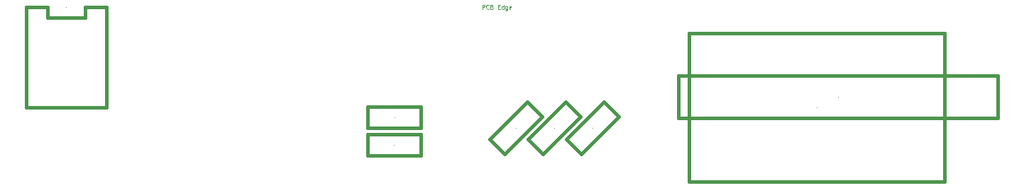
<source format=gbr>
G04 #@! TF.GenerationSoftware,KiCad,Pcbnew,5.1.5+dfsg1-2build2*
G04 #@! TF.CreationDate,2020-10-24T22:39:24+03:00*
G04 #@! TF.ProjectId,ErgoDOX,4572676f-444f-4582-9e6b-696361645f70,rev?*
G04 #@! TF.SameCoordinates,Original*
G04 #@! TF.FileFunction,OtherDrawing,Comment*
%FSLAX46Y46*%
G04 Gerber Fmt 4.6, Leading zero omitted, Abs format (unit mm)*
G04 Created by KiCad (PCBNEW 5.1.5+dfsg1-2build2) date 2020-10-24 22:39:24*
%MOMM*%
%LPD*%
G04 APERTURE LIST*
%ADD10C,0.025400*%
%ADD11C,0.381000*%
%ADD12C,0.100000*%
G04 APERTURE END LIST*
D10*
X175895000Y-42545000D02*
X175895000Y-42545000D01*
D11*
X191135000Y-33655000D02*
X160655000Y-33655000D01*
X191135000Y-51435000D02*
X191135000Y-33655000D01*
X160655000Y-51435000D02*
X191135000Y-51435000D01*
X160655000Y-33655000D02*
X160655000Y-51435000D01*
X159385000Y-43815000D02*
X197485000Y-43815000D01*
X197485000Y-43815000D02*
X197485000Y-38735000D01*
X197485000Y-38735000D02*
X159385000Y-38735000D01*
X159385000Y-38735000D02*
X159385000Y-43815000D01*
D10*
X178435000Y-41275000D02*
X178435000Y-41275000D01*
D11*
X152241090Y-43610962D02*
X147750962Y-48101090D01*
X147750962Y-48101090D02*
X145954910Y-46305038D01*
X145954910Y-46305038D02*
X150445038Y-41814910D01*
X150445038Y-41814910D02*
X152241090Y-43610962D01*
D10*
X149098000Y-44958000D02*
X149098000Y-44958000D01*
D11*
X147669090Y-43610962D02*
X143178962Y-48101090D01*
X143178962Y-48101090D02*
X141382910Y-46305038D01*
X141382910Y-46305038D02*
X145873038Y-41814910D01*
X145873038Y-41814910D02*
X147669090Y-43610962D01*
D10*
X144526000Y-44958000D02*
X144526000Y-44958000D01*
X125412500Y-46990000D02*
X125412500Y-46990000D01*
D11*
X128587500Y-45720000D02*
X128587500Y-48260000D01*
X122237500Y-45720000D02*
X128587500Y-45720000D01*
X122237500Y-48260000D02*
X122237500Y-45720000D01*
X128587500Y-48260000D02*
X122237500Y-48260000D01*
X128651000Y-44958000D02*
X122301000Y-44958000D01*
X122301000Y-44958000D02*
X122301000Y-42418000D01*
X122301000Y-42418000D02*
X128651000Y-42418000D01*
X128651000Y-42418000D02*
X128651000Y-44958000D01*
D10*
X125476000Y-43688000D02*
X125476000Y-43688000D01*
D11*
X136810910Y-46305038D02*
X141301038Y-41814910D01*
X141301038Y-41814910D02*
X143097090Y-43610962D01*
X143097090Y-43610962D02*
X138606962Y-48101090D01*
X138606962Y-48101090D02*
X136810910Y-46305038D01*
D10*
X139954000Y-44958000D02*
X139954000Y-44958000D01*
D11*
X91109800Y-30480000D02*
X88557100Y-30480000D01*
X88557100Y-30480000D02*
X88557100Y-31775400D01*
X88557100Y-31775400D02*
X84061300Y-31775400D01*
X84061300Y-31775400D02*
X84061300Y-30480000D01*
X84061300Y-30480000D02*
X81508600Y-30480000D01*
X81508600Y-30480000D02*
X81508600Y-42545000D01*
X81508600Y-42545000D02*
X91109800Y-42545000D01*
X91109800Y-42545000D02*
X91109800Y-30480000D01*
D10*
X86309200Y-30480000D02*
X86309200Y-30480000D01*
D12*
X135942914Y-30706190D02*
X135942914Y-30206190D01*
X136133390Y-30206190D01*
X136181009Y-30230000D01*
X136204819Y-30253809D01*
X136228628Y-30301428D01*
X136228628Y-30372857D01*
X136204819Y-30420476D01*
X136181009Y-30444285D01*
X136133390Y-30468095D01*
X135942914Y-30468095D01*
X136728628Y-30658571D02*
X136704819Y-30682380D01*
X136633390Y-30706190D01*
X136585771Y-30706190D01*
X136514342Y-30682380D01*
X136466723Y-30634761D01*
X136442914Y-30587142D01*
X136419104Y-30491904D01*
X136419104Y-30420476D01*
X136442914Y-30325238D01*
X136466723Y-30277619D01*
X136514342Y-30230000D01*
X136585771Y-30206190D01*
X136633390Y-30206190D01*
X136704819Y-30230000D01*
X136728628Y-30253809D01*
X137109580Y-30444285D02*
X137181009Y-30468095D01*
X137204819Y-30491904D01*
X137228628Y-30539523D01*
X137228628Y-30610952D01*
X137204819Y-30658571D01*
X137181009Y-30682380D01*
X137133390Y-30706190D01*
X136942914Y-30706190D01*
X136942914Y-30206190D01*
X137109580Y-30206190D01*
X137157200Y-30230000D01*
X137181009Y-30253809D01*
X137204819Y-30301428D01*
X137204819Y-30349047D01*
X137181009Y-30396666D01*
X137157200Y-30420476D01*
X137109580Y-30444285D01*
X136942914Y-30444285D01*
X137823866Y-30444285D02*
X137990533Y-30444285D01*
X138061961Y-30706190D02*
X137823866Y-30706190D01*
X137823866Y-30206190D01*
X138061961Y-30206190D01*
X138490533Y-30706190D02*
X138490533Y-30206190D01*
X138490533Y-30682380D02*
X138442914Y-30706190D01*
X138347676Y-30706190D01*
X138300057Y-30682380D01*
X138276247Y-30658571D01*
X138252438Y-30610952D01*
X138252438Y-30468095D01*
X138276247Y-30420476D01*
X138300057Y-30396666D01*
X138347676Y-30372857D01*
X138442914Y-30372857D01*
X138490533Y-30396666D01*
X138942914Y-30372857D02*
X138942914Y-30777619D01*
X138919104Y-30825238D01*
X138895295Y-30849047D01*
X138847676Y-30872857D01*
X138776247Y-30872857D01*
X138728628Y-30849047D01*
X138942914Y-30682380D02*
X138895295Y-30706190D01*
X138800057Y-30706190D01*
X138752438Y-30682380D01*
X138728628Y-30658571D01*
X138704819Y-30610952D01*
X138704819Y-30468095D01*
X138728628Y-30420476D01*
X138752438Y-30396666D01*
X138800057Y-30372857D01*
X138895295Y-30372857D01*
X138942914Y-30396666D01*
X139371485Y-30682380D02*
X139323866Y-30706190D01*
X139228628Y-30706190D01*
X139181009Y-30682380D01*
X139157200Y-30634761D01*
X139157200Y-30444285D01*
X139181009Y-30396666D01*
X139228628Y-30372857D01*
X139323866Y-30372857D01*
X139371485Y-30396666D01*
X139395295Y-30444285D01*
X139395295Y-30491904D01*
X139157200Y-30539523D01*
M02*

</source>
